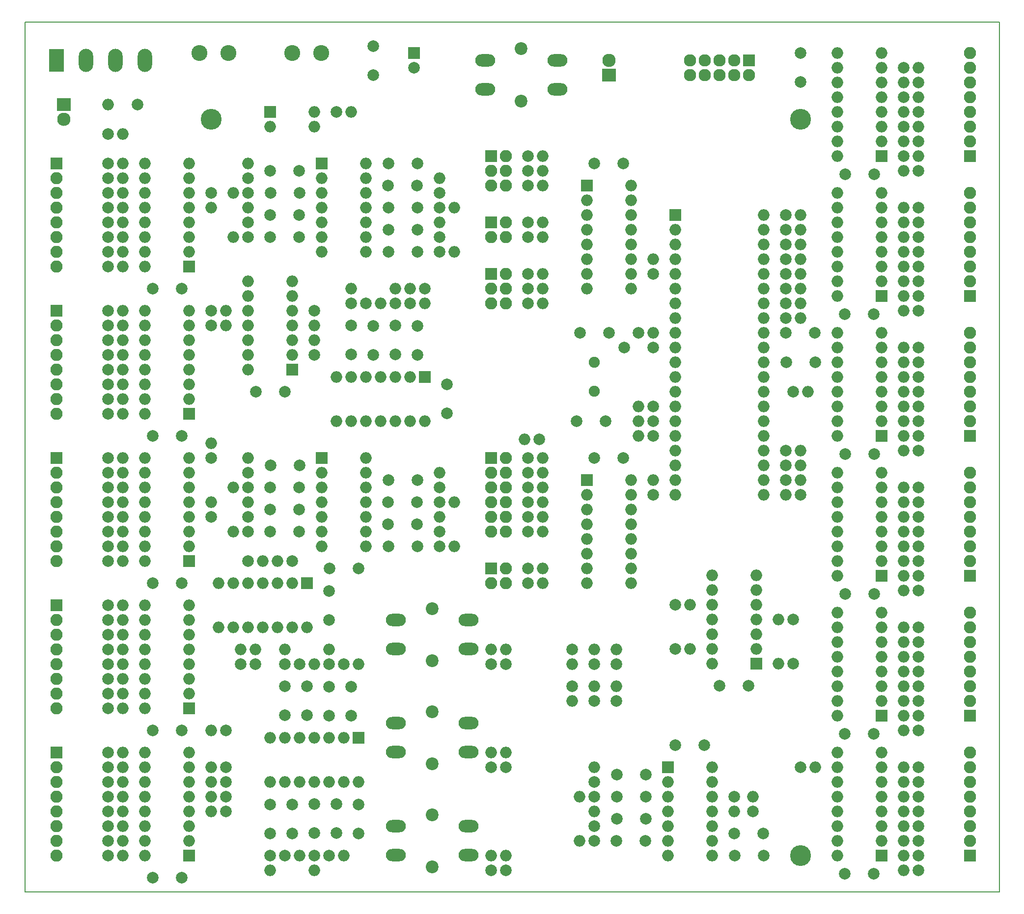
<source format=gbr>
%TF.GenerationSoftware,KiCad,Pcbnew,4.0.7*%
%TF.CreationDate,2018-03-06T18:34:13+01:00*%
%TF.ProjectId,AZTEC_motherboard,415A5445435F6D6F74686572626F6172,rev?*%
%TF.FileFunction,Soldermask,Bot*%
%FSLAX46Y46*%
G04 Gerber Fmt 4.6, Leading zero omitted, Abs format (unit mm)*
G04 Created by KiCad (PCBNEW 4.0.7) date 2018 March 06, Tuesday 18:34:13*
%MOMM*%
%LPD*%
G01*
G04 APERTURE LIST*
%ADD10C,0.150000*%
%ADD11C,2.750000*%
%ADD12C,2.000000*%
%ADD13O,2.000000X2.000000*%
%ADD14R,2.400000X2.300000*%
%ADD15C,2.300000*%
%ADD16R,2.100000X2.100000*%
%ADD17O,2.100000X2.100000*%
%ADD18R,2.000000X2.000000*%
%ADD19C,1.900000*%
%ADD20R,2.127200X2.127200*%
%ADD21O,2.127200X2.127200*%
%ADD22O,3.448000X2.127200*%
%ADD23C,2.200000*%
%ADD24C,3.600000*%
%ADD25R,2.500000X4.000000*%
%ADD26O,2.500000X4.000000*%
G04 APERTURE END LIST*
D10*
X186000000Y-165000000D02*
X18000000Y-165000000D01*
X186000000Y-15000000D02*
X186000000Y-165000000D01*
X18000000Y-15000000D02*
X186000000Y-15000000D01*
X18000000Y-165000000D02*
X18000000Y-15000000D01*
D11*
X53120000Y-20320000D03*
X48120000Y-20320000D03*
X64120000Y-20320000D03*
X69120000Y-20320000D03*
D12*
X85630000Y-43180000D03*
X80630000Y-43180000D03*
X60310000Y-40640000D03*
X65310000Y-40640000D03*
X56500000Y-41910000D03*
D13*
X56500000Y-39370000D03*
D12*
X56500000Y-49530000D03*
D13*
X56500000Y-46990000D03*
D12*
X60390000Y-44450000D03*
X65390000Y-44450000D03*
X32370000Y-39370000D03*
D13*
X34910000Y-39370000D03*
D12*
X32370000Y-44450000D03*
D13*
X34910000Y-44450000D03*
D12*
X32370000Y-41910000D03*
D13*
X34910000Y-41910000D03*
D12*
X32370000Y-46990000D03*
D13*
X34910000Y-46990000D03*
D12*
X32370000Y-49530000D03*
D13*
X34910000Y-49530000D03*
D12*
X32370000Y-54610000D03*
D13*
X34910000Y-54610000D03*
D12*
X32370000Y-52070000D03*
D13*
X34910000Y-52070000D03*
D12*
X32370000Y-57150000D03*
D13*
X34910000Y-57150000D03*
D12*
X151750000Y-20320000D03*
X151750000Y-25320000D03*
X120080000Y-144780000D03*
X125080000Y-144780000D03*
X120080000Y-148590000D03*
X125080000Y-148590000D03*
X120000000Y-156210000D03*
X125000000Y-156210000D03*
X145400000Y-158750000D03*
X140400000Y-158750000D03*
X118730000Y-68580000D03*
X113730000Y-68580000D03*
X118095000Y-83820000D03*
X113095000Y-83820000D03*
X135160000Y-139700000D03*
X130160000Y-139700000D03*
X121350000Y-71120000D03*
X126350000Y-71120000D03*
X149290000Y-73660000D03*
X154290000Y-73660000D03*
X137785152Y-129441182D03*
X142785152Y-129441182D03*
X45070000Y-60960000D03*
X40070000Y-60960000D03*
X45070000Y-86360000D03*
X40070000Y-86360000D03*
X45070000Y-111760000D03*
X40070000Y-111760000D03*
X45070000Y-137160000D03*
X40070000Y-137160000D03*
X62850000Y-78740000D03*
X57850000Y-78740000D03*
X70470000Y-113110000D03*
X70470000Y-118110000D03*
X80710000Y-39370000D03*
X85710000Y-39370000D03*
X60310000Y-48260000D03*
X65310000Y-48260000D03*
X85710000Y-50800000D03*
X80710000Y-50800000D03*
X60390000Y-91440000D03*
X65390000Y-91440000D03*
X60310000Y-99060000D03*
X65310000Y-99060000D03*
X85630000Y-101600000D03*
X80630000Y-101600000D03*
X60310000Y-52070000D03*
X65310000Y-52070000D03*
X85710000Y-54610000D03*
X80710000Y-54610000D03*
X85710000Y-46990000D03*
X80710000Y-46990000D03*
X60310000Y-95250000D03*
X65310000Y-95250000D03*
X60310000Y-102870000D03*
X65310000Y-102870000D03*
X85710000Y-105410000D03*
X80710000Y-105410000D03*
X85630000Y-97790000D03*
X80630000Y-97790000D03*
X75550000Y-149940000D03*
X75550000Y-154940000D03*
X90790000Y-82470000D03*
X90790000Y-77470000D03*
X74280000Y-129620000D03*
X74280000Y-134620000D03*
X66660000Y-129540000D03*
X66660000Y-134540000D03*
X64120000Y-154940000D03*
X64120000Y-149940000D03*
X71740000Y-154860000D03*
X71740000Y-149860000D03*
X85710000Y-67390000D03*
X85710000Y-72390000D03*
X70470000Y-129620000D03*
X70470000Y-134620000D03*
X62850000Y-129540000D03*
X62850000Y-134540000D03*
X60310000Y-154940000D03*
X60310000Y-149940000D03*
X67930000Y-154860000D03*
X67930000Y-149860000D03*
X81900000Y-67310000D03*
X81900000Y-72310000D03*
X74280000Y-67310000D03*
X74280000Y-72310000D03*
X116190000Y-39370000D03*
X121190000Y-39370000D03*
X116190000Y-90170000D03*
X121190000Y-90170000D03*
X159450000Y-41275000D03*
X164450000Y-41275000D03*
X159370000Y-65405000D03*
X164370000Y-65405000D03*
X164450000Y-89535000D03*
X159450000Y-89535000D03*
X159370000Y-137795000D03*
X164370000Y-137795000D03*
D14*
X24750000Y-29210000D03*
D15*
X24750000Y-31750000D03*
D14*
X118730000Y-24130000D03*
D15*
X118730000Y-21590000D03*
D16*
X23480000Y-39370000D03*
D17*
X23480000Y-41910000D03*
X23480000Y-44450000D03*
X23480000Y-46990000D03*
X23480000Y-49530000D03*
X23480000Y-52070000D03*
X23480000Y-54610000D03*
X23480000Y-57150000D03*
D16*
X23480000Y-64770000D03*
D17*
X23480000Y-67310000D03*
X23480000Y-69850000D03*
X23480000Y-72390000D03*
X23480000Y-74930000D03*
X23480000Y-77470000D03*
X23480000Y-80010000D03*
X23480000Y-82550000D03*
D16*
X23480000Y-90170000D03*
D17*
X23480000Y-92710000D03*
X23480000Y-95250000D03*
X23480000Y-97790000D03*
X23480000Y-100330000D03*
X23480000Y-102870000D03*
X23480000Y-105410000D03*
X23480000Y-107950000D03*
D16*
X23480000Y-115570000D03*
D17*
X23480000Y-118110000D03*
X23480000Y-120650000D03*
X23480000Y-123190000D03*
X23480000Y-125730000D03*
X23480000Y-128270000D03*
X23480000Y-130810000D03*
X23480000Y-133350000D03*
D16*
X23480000Y-140970000D03*
D17*
X23480000Y-143510000D03*
X23480000Y-146050000D03*
X23480000Y-148590000D03*
X23480000Y-151130000D03*
X23480000Y-153670000D03*
X23480000Y-156210000D03*
X23480000Y-158750000D03*
D16*
X98410000Y-38100000D03*
D17*
X100950000Y-38100000D03*
X98410000Y-40640000D03*
X100950000Y-40640000D03*
X98410000Y-43180000D03*
X100950000Y-43180000D03*
D16*
X98410000Y-49530000D03*
D17*
X100950000Y-49530000D03*
X98410000Y-52070000D03*
X100950000Y-52070000D03*
D16*
X98410000Y-58420000D03*
D17*
X100950000Y-58420000D03*
X98410000Y-60960000D03*
X100950000Y-60960000D03*
X98410000Y-63500000D03*
X100950000Y-63500000D03*
D16*
X98410000Y-90170000D03*
D17*
X100950000Y-90170000D03*
X98410000Y-92710000D03*
X100950000Y-92710000D03*
X98410000Y-95250000D03*
X100950000Y-95250000D03*
X98410000Y-97790000D03*
X100950000Y-97790000D03*
X98410000Y-100330000D03*
X100950000Y-100330000D03*
X98410000Y-102870000D03*
X100950000Y-102870000D03*
D16*
X98410000Y-109220000D03*
D17*
X100950000Y-109220000D03*
X98410000Y-111760000D03*
X100950000Y-111760000D03*
D16*
X180960000Y-38100000D03*
D17*
X180960000Y-35560000D03*
X180960000Y-33020000D03*
X180960000Y-30480000D03*
X180960000Y-27940000D03*
X180960000Y-25400000D03*
X180960000Y-22860000D03*
X180960000Y-20320000D03*
D16*
X180960000Y-62230000D03*
D17*
X180960000Y-59690000D03*
X180960000Y-57150000D03*
X180960000Y-54610000D03*
X180960000Y-52070000D03*
X180960000Y-49530000D03*
X180960000Y-46990000D03*
X180960000Y-44450000D03*
D16*
X180960000Y-86360000D03*
D17*
X180960000Y-83820000D03*
X180960000Y-81280000D03*
X180960000Y-78740000D03*
X180960000Y-76200000D03*
X180960000Y-73660000D03*
X180960000Y-71120000D03*
X180960000Y-68580000D03*
D16*
X180960000Y-110490000D03*
D17*
X180960000Y-107950000D03*
X180960000Y-105410000D03*
X180960000Y-102870000D03*
X180960000Y-100330000D03*
X180960000Y-97790000D03*
X180960000Y-95250000D03*
X180960000Y-92710000D03*
D16*
X180960000Y-134620000D03*
D17*
X180960000Y-132080000D03*
X180960000Y-129540000D03*
X180960000Y-127000000D03*
X180960000Y-124460000D03*
X180960000Y-121920000D03*
X180960000Y-119380000D03*
X180960000Y-116840000D03*
D16*
X180960000Y-158750000D03*
D17*
X180960000Y-156210000D03*
X180960000Y-153670000D03*
X180960000Y-151130000D03*
X180960000Y-148590000D03*
X180960000Y-146050000D03*
X180960000Y-143510000D03*
X180960000Y-140970000D03*
D12*
X98410000Y-125730000D03*
D13*
X98410000Y-123190000D03*
D12*
X98410000Y-143510000D03*
D13*
X98410000Y-140970000D03*
D12*
X98410000Y-161290000D03*
D13*
X98410000Y-158750000D03*
D12*
X37450000Y-29210000D03*
D13*
X32370000Y-29210000D03*
D12*
X100950000Y-125730000D03*
D13*
X100950000Y-123190000D03*
D12*
X100950000Y-143510000D03*
D13*
X100950000Y-140970000D03*
D12*
X100950000Y-161290000D03*
D13*
X100950000Y-158750000D03*
D12*
X32370000Y-34290000D03*
D13*
X34910000Y-34290000D03*
D12*
X116190000Y-146050000D03*
D13*
X116190000Y-143510000D03*
D12*
X116190000Y-153670000D03*
D13*
X116190000Y-151130000D03*
D12*
X140320000Y-148590000D03*
D13*
X140320000Y-151130000D03*
D12*
X71740000Y-30480000D03*
D13*
X74280000Y-30480000D03*
D12*
X116190000Y-148590000D03*
D13*
X113650000Y-148590000D03*
D12*
X116190000Y-156210000D03*
D13*
X113650000Y-156210000D03*
D12*
X143495000Y-151130000D03*
D13*
X143495000Y-148590000D03*
D12*
X123810000Y-68580000D03*
D13*
X126350000Y-68580000D03*
D12*
X151750000Y-96520000D03*
D13*
X149210000Y-96520000D03*
D12*
X150485152Y-125631182D03*
D13*
X147945152Y-125631182D03*
D12*
X150485152Y-118011182D03*
D13*
X147945152Y-118011182D03*
D12*
X130165152Y-115471182D03*
D13*
X132705152Y-115471182D03*
D12*
X130165152Y-123091182D03*
D13*
X132705152Y-123091182D03*
D12*
X32370000Y-64770000D03*
D13*
X34910000Y-64770000D03*
D12*
X32370000Y-69850000D03*
D13*
X34910000Y-69850000D03*
D12*
X32370000Y-74930000D03*
D13*
X34910000Y-74930000D03*
D12*
X32370000Y-80010000D03*
D13*
X34910000Y-80010000D03*
D12*
X32370000Y-90170000D03*
D13*
X34910000Y-90170000D03*
D12*
X32370000Y-95250000D03*
D13*
X34910000Y-95250000D03*
D12*
X32370000Y-100330000D03*
D13*
X34910000Y-100330000D03*
D12*
X32370000Y-105410000D03*
D13*
X34910000Y-105410000D03*
D12*
X32370000Y-115570000D03*
D13*
X34910000Y-115570000D03*
D12*
X32370000Y-120650000D03*
D13*
X34910000Y-120650000D03*
D12*
X32370000Y-125730000D03*
D13*
X34910000Y-125730000D03*
D12*
X32370000Y-130810000D03*
D13*
X34910000Y-130810000D03*
D12*
X32370000Y-67310000D03*
D13*
X34910000Y-67310000D03*
D12*
X32370000Y-72390000D03*
D13*
X34910000Y-72390000D03*
D12*
X32370000Y-77470000D03*
D13*
X34910000Y-77470000D03*
D12*
X32370000Y-82550000D03*
D13*
X34910000Y-82550000D03*
D12*
X32370000Y-92710000D03*
D13*
X34910000Y-92710000D03*
D12*
X32370000Y-97790000D03*
D13*
X34910000Y-97790000D03*
D12*
X32370000Y-102870000D03*
D13*
X34910000Y-102870000D03*
D12*
X32370000Y-107950000D03*
D13*
X34910000Y-107950000D03*
D12*
X32370000Y-118110000D03*
D13*
X34910000Y-118110000D03*
D12*
X32370000Y-123190000D03*
D13*
X34910000Y-123190000D03*
D12*
X32370000Y-128270000D03*
D13*
X34910000Y-128270000D03*
D12*
X32370000Y-133350000D03*
D13*
X34910000Y-133350000D03*
D12*
X50150000Y-44450000D03*
D13*
X50150000Y-46990000D03*
D12*
X50150000Y-100330000D03*
D13*
X50150000Y-97790000D03*
D12*
X67930000Y-72390000D03*
D13*
X67930000Y-69850000D03*
D12*
X67930000Y-64770000D03*
D13*
X67930000Y-67310000D03*
D12*
X50150000Y-64770000D03*
D13*
X52690000Y-64770000D03*
D12*
X50150000Y-67310000D03*
D13*
X52690000Y-67310000D03*
D12*
X64120000Y-107950000D03*
D13*
X61580000Y-107950000D03*
D12*
X56500000Y-107950000D03*
D13*
X59040000Y-107950000D03*
D12*
X55230000Y-125730000D03*
D13*
X55230000Y-123190000D03*
D12*
X57770000Y-125730000D03*
D13*
X57770000Y-123190000D03*
D12*
X56500000Y-44450000D03*
D13*
X53960000Y-44450000D03*
D12*
X56500000Y-52070000D03*
D13*
X53960000Y-52070000D03*
D12*
X89520000Y-54610000D03*
D13*
X92060000Y-54610000D03*
D12*
X89520000Y-46990000D03*
D13*
X92060000Y-46990000D03*
D12*
X56500000Y-95250000D03*
D13*
X53960000Y-95250000D03*
D12*
X56500000Y-102870000D03*
D13*
X53960000Y-102870000D03*
D12*
X89520000Y-105410000D03*
D13*
X92060000Y-105410000D03*
D12*
X89520000Y-97790000D03*
D13*
X92060000Y-97790000D03*
D12*
X89520000Y-52070000D03*
D13*
X89520000Y-49530000D03*
D12*
X89520000Y-44450000D03*
D13*
X89520000Y-41910000D03*
D12*
X56500000Y-92710000D03*
D13*
X56500000Y-90170000D03*
D12*
X56500000Y-100330000D03*
D13*
X56500000Y-97790000D03*
D12*
X89520000Y-102870000D03*
D13*
X89520000Y-100330000D03*
D12*
X89520000Y-95250000D03*
D13*
X89520000Y-92710000D03*
D12*
X126350000Y-81280000D03*
D13*
X123810000Y-81280000D03*
D12*
X149210000Y-53340000D03*
D13*
X151750000Y-53340000D03*
D12*
X149210000Y-50800000D03*
D13*
X151750000Y-50800000D03*
D12*
X149210000Y-48260000D03*
D13*
X151750000Y-48260000D03*
D12*
X126350000Y-83820000D03*
D13*
X123810000Y-83820000D03*
D12*
X149210000Y-63500000D03*
D13*
X151750000Y-63500000D03*
D12*
X149210000Y-60960000D03*
D13*
X151750000Y-60960000D03*
D12*
X149210000Y-58420000D03*
D13*
X151750000Y-58420000D03*
D12*
X32370000Y-140970000D03*
D13*
X34910000Y-140970000D03*
D12*
X32370000Y-146050000D03*
D13*
X34910000Y-146050000D03*
D12*
X32370000Y-151130000D03*
D13*
X34910000Y-151130000D03*
D12*
X32370000Y-156210000D03*
D13*
X34910000Y-156210000D03*
D12*
X32370000Y-143510000D03*
D13*
X34910000Y-143510000D03*
D12*
X32370000Y-148590000D03*
D13*
X34910000Y-148590000D03*
D12*
X32370000Y-153670000D03*
D13*
X34910000Y-153670000D03*
D12*
X32370000Y-158750000D03*
D13*
X34910000Y-158750000D03*
D12*
X52690000Y-148590000D03*
D13*
X50150000Y-148590000D03*
D12*
X52690000Y-151130000D03*
D13*
X50150000Y-151130000D03*
D12*
X52690000Y-146050000D03*
D13*
X50150000Y-146050000D03*
D12*
X52690000Y-143510000D03*
D13*
X50150000Y-143510000D03*
D12*
X52690000Y-137160000D03*
D13*
X50150000Y-137160000D03*
D12*
X86980000Y-60960000D03*
D13*
X84440000Y-60960000D03*
D12*
X50150000Y-90170000D03*
D13*
X50150000Y-87630000D03*
D12*
X70470000Y-125730000D03*
D13*
X70470000Y-123190000D03*
D12*
X62850000Y-125730000D03*
D13*
X62850000Y-123190000D03*
D12*
X60310000Y-158750000D03*
D13*
X60310000Y-161290000D03*
D12*
X67930000Y-158750000D03*
D13*
X67930000Y-161290000D03*
D12*
X81900000Y-63500000D03*
D13*
X81900000Y-60960000D03*
D12*
X74280000Y-63500000D03*
D13*
X74280000Y-60960000D03*
D12*
X73010000Y-125730000D03*
D13*
X75550000Y-125730000D03*
D12*
X65390000Y-125730000D03*
D13*
X67930000Y-125730000D03*
D12*
X62850000Y-158750000D03*
D13*
X65390000Y-158750000D03*
D12*
X70470000Y-158750000D03*
D13*
X73010000Y-158750000D03*
D12*
X84440000Y-63500000D03*
D13*
X86980000Y-63500000D03*
D12*
X76820000Y-63500000D03*
D13*
X79360000Y-63500000D03*
D12*
X126350000Y-86360000D03*
D13*
X123810000Y-86360000D03*
D12*
X149210000Y-88900000D03*
D13*
X151750000Y-88900000D03*
D12*
X149210000Y-91440000D03*
D13*
X151750000Y-91440000D03*
D12*
X149210000Y-93980000D03*
D13*
X151750000Y-93980000D03*
D12*
X149210000Y-55880000D03*
D13*
X151750000Y-55880000D03*
D12*
X149210000Y-66040000D03*
D13*
X151750000Y-66040000D03*
D12*
X104760000Y-111760000D03*
D13*
X107300000Y-111760000D03*
D12*
X104760000Y-109220000D03*
D13*
X107300000Y-109220000D03*
D12*
X104760000Y-102870000D03*
D13*
X107300000Y-102870000D03*
D12*
X104760000Y-100330000D03*
D13*
X107300000Y-100330000D03*
D12*
X104760000Y-97790000D03*
D13*
X107300000Y-97790000D03*
D12*
X104760000Y-95250000D03*
D13*
X107300000Y-95250000D03*
D12*
X104760000Y-92710000D03*
D13*
X107300000Y-92710000D03*
D12*
X104760000Y-90170000D03*
D13*
X107300000Y-90170000D03*
D12*
X104760000Y-63500000D03*
D13*
X107300000Y-63500000D03*
D12*
X104760000Y-60960000D03*
D13*
X107300000Y-60960000D03*
D12*
X104760000Y-58420000D03*
D13*
X107300000Y-58420000D03*
D12*
X104760000Y-52070000D03*
D13*
X107300000Y-52070000D03*
D12*
X104760000Y-49530000D03*
D13*
X107300000Y-49530000D03*
D12*
X104760000Y-43180000D03*
D13*
X107300000Y-43180000D03*
D12*
X104760000Y-40640000D03*
D13*
X107300000Y-40640000D03*
D12*
X104760000Y-38100000D03*
D13*
X107300000Y-38100000D03*
D12*
X126350000Y-58420000D03*
D13*
X126350000Y-55880000D03*
D12*
X106665000Y-86995000D03*
D13*
X104125000Y-86995000D03*
D12*
X126350000Y-96520000D03*
D13*
X126350000Y-93980000D03*
D12*
X112380000Y-123190000D03*
D13*
X112380000Y-125730000D03*
D12*
X112380000Y-129540000D03*
D13*
X112380000Y-132080000D03*
D12*
X172070000Y-40640000D03*
D13*
X169530000Y-40640000D03*
D12*
X172070000Y-35560000D03*
D13*
X169530000Y-35560000D03*
D12*
X172070000Y-30480000D03*
D13*
X169530000Y-30480000D03*
D12*
X172070000Y-25400000D03*
D13*
X169530000Y-25400000D03*
D12*
X172070000Y-64770000D03*
D13*
X169530000Y-64770000D03*
D12*
X172070000Y-59690000D03*
D13*
X169530000Y-59690000D03*
D12*
X172070000Y-54610000D03*
D13*
X169530000Y-54610000D03*
D12*
X172070000Y-49530000D03*
D13*
X169530000Y-49530000D03*
D12*
X172070000Y-88900000D03*
D13*
X169530000Y-88900000D03*
D12*
X172070000Y-83820000D03*
D13*
X169530000Y-83820000D03*
D12*
X172070000Y-78740000D03*
D13*
X169530000Y-78740000D03*
D12*
X172070000Y-73660000D03*
D13*
X169530000Y-73660000D03*
D12*
X172070000Y-113030000D03*
D13*
X169530000Y-113030000D03*
D12*
X172070000Y-107950000D03*
D13*
X169530000Y-107950000D03*
D12*
X172070000Y-102870000D03*
D13*
X169530000Y-102870000D03*
D12*
X172070000Y-97790000D03*
D13*
X169530000Y-97790000D03*
D12*
X169530000Y-38100000D03*
D13*
X172070000Y-38100000D03*
D12*
X169530000Y-33020000D03*
D13*
X172070000Y-33020000D03*
D12*
X169530000Y-27940000D03*
D13*
X172070000Y-27940000D03*
D12*
X169530000Y-22860000D03*
D13*
X172070000Y-22860000D03*
D12*
X172070000Y-62230000D03*
D13*
X169530000Y-62230000D03*
D12*
X172070000Y-57150000D03*
D13*
X169530000Y-57150000D03*
D12*
X172070000Y-52070000D03*
D13*
X169530000Y-52070000D03*
D12*
X172070000Y-46990000D03*
D13*
X169530000Y-46990000D03*
D12*
X172070000Y-86360000D03*
D13*
X169530000Y-86360000D03*
D12*
X172070000Y-81280000D03*
D13*
X169530000Y-81280000D03*
D12*
X172070000Y-76200000D03*
D13*
X169530000Y-76200000D03*
D12*
X172070000Y-71120000D03*
D13*
X169530000Y-71120000D03*
D12*
X172070000Y-110490000D03*
D13*
X169530000Y-110490000D03*
D12*
X172070000Y-105410000D03*
D13*
X169530000Y-105410000D03*
D12*
X172070000Y-100330000D03*
D13*
X169530000Y-100330000D03*
D12*
X172070000Y-95250000D03*
D13*
X169530000Y-95250000D03*
D12*
X116190000Y-125730000D03*
D13*
X116190000Y-123190000D03*
D12*
X116190000Y-132080000D03*
D13*
X116190000Y-129540000D03*
D12*
X120000000Y-125730000D03*
D13*
X120000000Y-123190000D03*
D12*
X120000000Y-132080000D03*
D13*
X120000000Y-129540000D03*
D12*
X151750000Y-143510000D03*
D13*
X154290000Y-143510000D03*
D12*
X150480000Y-78740000D03*
D13*
X153020000Y-78740000D03*
D12*
X172070000Y-137160000D03*
D13*
X169530000Y-137160000D03*
D12*
X172070000Y-132080000D03*
D13*
X169530000Y-132080000D03*
D12*
X172070000Y-127000000D03*
D13*
X169530000Y-127000000D03*
D12*
X172070000Y-121920000D03*
D13*
X169530000Y-121920000D03*
D12*
X172070000Y-161290000D03*
D13*
X169530000Y-161290000D03*
D12*
X172070000Y-156210000D03*
D13*
X169530000Y-156210000D03*
D12*
X172070000Y-151130000D03*
D13*
X169530000Y-151130000D03*
D12*
X172070000Y-146050000D03*
D13*
X169530000Y-146050000D03*
D12*
X172070000Y-134620000D03*
D13*
X169530000Y-134620000D03*
D12*
X172070000Y-129540000D03*
D13*
X169530000Y-129540000D03*
D12*
X172070000Y-124460000D03*
D13*
X169530000Y-124460000D03*
D12*
X172070000Y-119380000D03*
D13*
X169530000Y-119380000D03*
D12*
X172070000Y-158750000D03*
D13*
X169530000Y-158750000D03*
D12*
X172070000Y-153670000D03*
D13*
X169530000Y-153670000D03*
D12*
X172070000Y-148590000D03*
D13*
X169530000Y-148590000D03*
D12*
X172070000Y-143510000D03*
D13*
X169530000Y-143510000D03*
D18*
X60310000Y-30480000D03*
D13*
X67930000Y-33020000D03*
X60310000Y-33020000D03*
X67930000Y-30480000D03*
D18*
X128890000Y-143510000D03*
D13*
X136510000Y-158750000D03*
X128890000Y-146050000D03*
X136510000Y-156210000D03*
X128890000Y-148590000D03*
X136510000Y-153670000D03*
X128890000Y-151130000D03*
X136510000Y-151130000D03*
X128890000Y-153670000D03*
X136510000Y-148590000D03*
X128890000Y-156210000D03*
X136510000Y-146050000D03*
X128890000Y-158750000D03*
X136510000Y-143510000D03*
D18*
X130160000Y-48260000D03*
D13*
X145400000Y-96520000D03*
X130160000Y-50800000D03*
X145400000Y-93980000D03*
X130160000Y-53340000D03*
X145400000Y-91440000D03*
X130160000Y-55880000D03*
X145400000Y-88900000D03*
X130160000Y-58420000D03*
X145400000Y-86360000D03*
X130160000Y-60960000D03*
X145400000Y-83820000D03*
X130160000Y-63500000D03*
X145400000Y-81280000D03*
X130160000Y-66040000D03*
X145400000Y-78740000D03*
X130160000Y-68580000D03*
X145400000Y-76200000D03*
X130160000Y-71120000D03*
X145400000Y-73660000D03*
X130160000Y-73660000D03*
X145400000Y-71120000D03*
X130160000Y-76200000D03*
X145400000Y-68580000D03*
X130160000Y-78740000D03*
X145400000Y-66040000D03*
X130160000Y-81280000D03*
X145400000Y-63500000D03*
X130160000Y-83820000D03*
X145400000Y-60960000D03*
X130160000Y-86360000D03*
X145400000Y-58420000D03*
X130160000Y-88900000D03*
X145400000Y-55880000D03*
X130160000Y-91440000D03*
X145400000Y-53340000D03*
X130160000Y-93980000D03*
X145400000Y-50800000D03*
X130160000Y-96520000D03*
X145400000Y-48260000D03*
D18*
X144135152Y-125631182D03*
D13*
X136515152Y-110391182D03*
X144135152Y-123091182D03*
X136515152Y-112931182D03*
X144135152Y-120551182D03*
X136515152Y-115471182D03*
X144135152Y-118011182D03*
X136515152Y-118011182D03*
X144135152Y-115471182D03*
X136515152Y-120551182D03*
X144135152Y-112931182D03*
X136515152Y-123091182D03*
X144135152Y-110391182D03*
X136515152Y-125631182D03*
D18*
X46340000Y-57150000D03*
D13*
X38720000Y-39370000D03*
X46340000Y-54610000D03*
X38720000Y-41910000D03*
X46340000Y-52070000D03*
X38720000Y-44450000D03*
X46340000Y-49530000D03*
X38720000Y-46990000D03*
X46340000Y-46990000D03*
X38720000Y-49530000D03*
X46340000Y-44450000D03*
X38720000Y-52070000D03*
X46340000Y-41910000D03*
X38720000Y-54610000D03*
X46340000Y-39370000D03*
X38720000Y-57150000D03*
D18*
X46340000Y-82550000D03*
D13*
X38720000Y-64770000D03*
X46340000Y-80010000D03*
X38720000Y-67310000D03*
X46340000Y-77470000D03*
X38720000Y-69850000D03*
X46340000Y-74930000D03*
X38720000Y-72390000D03*
X46340000Y-72390000D03*
X38720000Y-74930000D03*
X46340000Y-69850000D03*
X38720000Y-77470000D03*
X46340000Y-67310000D03*
X38720000Y-80010000D03*
X46340000Y-64770000D03*
X38720000Y-82550000D03*
D18*
X46340000Y-107950000D03*
D13*
X38720000Y-90170000D03*
X46340000Y-105410000D03*
X38720000Y-92710000D03*
X46340000Y-102870000D03*
X38720000Y-95250000D03*
X46340000Y-100330000D03*
X38720000Y-97790000D03*
X46340000Y-97790000D03*
X38720000Y-100330000D03*
X46340000Y-95250000D03*
X38720000Y-102870000D03*
X46340000Y-92710000D03*
X38720000Y-105410000D03*
X46340000Y-90170000D03*
X38720000Y-107950000D03*
D18*
X46340000Y-133350000D03*
D13*
X38720000Y-115570000D03*
X46340000Y-130810000D03*
X38720000Y-118110000D03*
X46340000Y-128270000D03*
X38720000Y-120650000D03*
X46340000Y-125730000D03*
X38720000Y-123190000D03*
X46340000Y-123190000D03*
X38720000Y-125730000D03*
X46340000Y-120650000D03*
X38720000Y-128270000D03*
X46340000Y-118110000D03*
X38720000Y-130810000D03*
X46340000Y-115570000D03*
X38720000Y-133350000D03*
D18*
X64120000Y-74930000D03*
D13*
X56500000Y-59690000D03*
X64120000Y-72390000D03*
X56500000Y-62230000D03*
X64120000Y-69850000D03*
X56500000Y-64770000D03*
X64120000Y-67310000D03*
X56500000Y-67310000D03*
X64120000Y-64770000D03*
X56500000Y-69850000D03*
X64120000Y-62230000D03*
X56500000Y-72390000D03*
X64120000Y-59690000D03*
X56500000Y-74930000D03*
D18*
X66660000Y-111760000D03*
D13*
X51420000Y-119380000D03*
X64120000Y-111760000D03*
X53960000Y-119380000D03*
X61580000Y-111760000D03*
X56500000Y-119380000D03*
X59040000Y-111760000D03*
X59040000Y-119380000D03*
X56500000Y-111760000D03*
X61580000Y-119380000D03*
X53960000Y-111760000D03*
X64120000Y-119380000D03*
X51420000Y-111760000D03*
X66660000Y-119380000D03*
D18*
X69200000Y-39370000D03*
D13*
X76820000Y-54610000D03*
X69200000Y-41910000D03*
X76820000Y-52070000D03*
X69200000Y-44450000D03*
X76820000Y-49530000D03*
X69200000Y-46990000D03*
X76820000Y-46990000D03*
X69200000Y-49530000D03*
X76820000Y-44450000D03*
X69200000Y-52070000D03*
X76820000Y-41910000D03*
X69200000Y-54610000D03*
X76820000Y-39370000D03*
D18*
X69200000Y-90170000D03*
D13*
X76820000Y-105410000D03*
X69200000Y-92710000D03*
X76820000Y-102870000D03*
X69200000Y-95250000D03*
X76820000Y-100330000D03*
X69200000Y-97790000D03*
X76820000Y-97790000D03*
X69200000Y-100330000D03*
X76820000Y-95250000D03*
X69200000Y-102870000D03*
X76820000Y-92710000D03*
X69200000Y-105410000D03*
X76820000Y-90170000D03*
D18*
X46340000Y-158750000D03*
D13*
X38720000Y-140970000D03*
X46340000Y-156210000D03*
X38720000Y-143510000D03*
X46340000Y-153670000D03*
X38720000Y-146050000D03*
X46340000Y-151130000D03*
X38720000Y-148590000D03*
X46340000Y-148590000D03*
X38720000Y-151130000D03*
X46340000Y-146050000D03*
X38720000Y-153670000D03*
X46340000Y-143510000D03*
X38720000Y-156210000D03*
X46340000Y-140970000D03*
X38720000Y-158750000D03*
D18*
X75550000Y-138430000D03*
D13*
X60310000Y-146050000D03*
X73010000Y-138430000D03*
X62850000Y-146050000D03*
X70470000Y-138430000D03*
X65390000Y-146050000D03*
X67930000Y-138430000D03*
X67930000Y-146050000D03*
X65390000Y-138430000D03*
X70470000Y-146050000D03*
X62850000Y-138430000D03*
X73010000Y-146050000D03*
X60310000Y-138430000D03*
X75550000Y-146050000D03*
D18*
X86980000Y-76200000D03*
D13*
X71740000Y-83820000D03*
X84440000Y-76200000D03*
X74280000Y-83820000D03*
X81900000Y-76200000D03*
X76820000Y-83820000D03*
X79360000Y-76200000D03*
X79360000Y-83820000D03*
X76820000Y-76200000D03*
X81900000Y-83820000D03*
X74280000Y-76200000D03*
X84440000Y-83820000D03*
X71740000Y-76200000D03*
X86980000Y-83820000D03*
D18*
X114920000Y-43180000D03*
D13*
X122540000Y-60960000D03*
X114920000Y-45720000D03*
X122540000Y-58420000D03*
X114920000Y-48260000D03*
X122540000Y-55880000D03*
X114920000Y-50800000D03*
X122540000Y-53340000D03*
X114920000Y-53340000D03*
X122540000Y-50800000D03*
X114920000Y-55880000D03*
X122540000Y-48260000D03*
X114920000Y-58420000D03*
X122540000Y-45720000D03*
X114920000Y-60960000D03*
X122540000Y-43180000D03*
D18*
X114920000Y-93980000D03*
D13*
X122540000Y-111760000D03*
X114920000Y-96520000D03*
X122540000Y-109220000D03*
X114920000Y-99060000D03*
X122540000Y-106680000D03*
X114920000Y-101600000D03*
X122540000Y-104140000D03*
X114920000Y-104140000D03*
X122540000Y-101600000D03*
X114920000Y-106680000D03*
X122540000Y-99060000D03*
X114920000Y-109220000D03*
X122540000Y-96520000D03*
X114920000Y-111760000D03*
X122540000Y-93980000D03*
D18*
X165720000Y-38100000D03*
D13*
X158100000Y-20320000D03*
X165720000Y-35560000D03*
X158100000Y-22860000D03*
X165720000Y-33020000D03*
X158100000Y-25400000D03*
X165720000Y-30480000D03*
X158100000Y-27940000D03*
X165720000Y-27940000D03*
X158100000Y-30480000D03*
X165720000Y-25400000D03*
X158100000Y-33020000D03*
X165720000Y-22860000D03*
X158100000Y-35560000D03*
X165720000Y-20320000D03*
X158100000Y-38100000D03*
D18*
X165720000Y-62230000D03*
D13*
X158100000Y-44450000D03*
X165720000Y-59690000D03*
X158100000Y-46990000D03*
X165720000Y-57150000D03*
X158100000Y-49530000D03*
X165720000Y-54610000D03*
X158100000Y-52070000D03*
X165720000Y-52070000D03*
X158100000Y-54610000D03*
X165720000Y-49530000D03*
X158100000Y-57150000D03*
X165720000Y-46990000D03*
X158100000Y-59690000D03*
X165720000Y-44450000D03*
X158100000Y-62230000D03*
D18*
X165720000Y-86360000D03*
D13*
X158100000Y-68580000D03*
X165720000Y-83820000D03*
X158100000Y-71120000D03*
X165720000Y-81280000D03*
X158100000Y-73660000D03*
X165720000Y-78740000D03*
X158100000Y-76200000D03*
X165720000Y-76200000D03*
X158100000Y-78740000D03*
X165720000Y-73660000D03*
X158100000Y-81280000D03*
X165720000Y-71120000D03*
X158100000Y-83820000D03*
X165720000Y-68580000D03*
X158100000Y-86360000D03*
D18*
X165720000Y-110490000D03*
D13*
X158100000Y-92710000D03*
X165720000Y-107950000D03*
X158100000Y-95250000D03*
X165720000Y-105410000D03*
X158100000Y-97790000D03*
X165720000Y-102870000D03*
X158100000Y-100330000D03*
X165720000Y-100330000D03*
X158100000Y-102870000D03*
X165720000Y-97790000D03*
X158100000Y-105410000D03*
X165720000Y-95250000D03*
X158100000Y-107950000D03*
X165720000Y-92710000D03*
X158100000Y-110490000D03*
D18*
X165720000Y-134620000D03*
D13*
X158100000Y-116840000D03*
X165720000Y-132080000D03*
X158100000Y-119380000D03*
X165720000Y-129540000D03*
X158100000Y-121920000D03*
X165720000Y-127000000D03*
X158100000Y-124460000D03*
X165720000Y-124460000D03*
X158100000Y-127000000D03*
X165720000Y-121920000D03*
X158100000Y-129540000D03*
X165720000Y-119380000D03*
X158100000Y-132080000D03*
X165720000Y-116840000D03*
X158100000Y-134620000D03*
D18*
X165720000Y-158750000D03*
D13*
X158100000Y-140970000D03*
X165720000Y-156210000D03*
X158100000Y-143510000D03*
X165720000Y-153670000D03*
X158100000Y-146050000D03*
X165720000Y-151130000D03*
X158100000Y-148590000D03*
X165720000Y-148590000D03*
X158100000Y-151130000D03*
X165720000Y-146050000D03*
X158100000Y-153670000D03*
X165720000Y-143510000D03*
X158100000Y-156210000D03*
X165720000Y-140970000D03*
X158100000Y-158750000D03*
D19*
X116190000Y-73660000D03*
X116190000Y-78660000D03*
D20*
X142860000Y-21590000D03*
D21*
X142860000Y-24130000D03*
X140320000Y-21590000D03*
X140320000Y-24130000D03*
X137780000Y-21590000D03*
X137780000Y-24130000D03*
X135240000Y-21590000D03*
X135240000Y-24130000D03*
X132700000Y-21590000D03*
X132700000Y-24130000D03*
D12*
X154210000Y-68580000D03*
X149210000Y-68580000D03*
X159370000Y-161925000D03*
X164370000Y-161925000D03*
X75550000Y-109220000D03*
X70550000Y-109220000D03*
X85710000Y-93980000D03*
X80710000Y-93980000D03*
D18*
X85075000Y-20360000D03*
D12*
X85075000Y-22860000D03*
X159450000Y-113665000D03*
X164450000Y-113665000D03*
X45070000Y-162560000D03*
X40070000Y-162560000D03*
X78090000Y-24130000D03*
X78090000Y-19130000D03*
X78090000Y-67390000D03*
X78090000Y-72390000D03*
X145320000Y-154940000D03*
X140320000Y-154940000D03*
X120080000Y-152400000D03*
X125080000Y-152400000D03*
D22*
X109840000Y-21590000D03*
X109840000Y-26590000D03*
X97340000Y-21590000D03*
X97340000Y-26590000D03*
D23*
X103590000Y-19590000D03*
X103590000Y-28590000D03*
D22*
X94500000Y-135930000D03*
X94500000Y-140930000D03*
X82000000Y-135930000D03*
X82000000Y-140930000D03*
D23*
X88250000Y-133930000D03*
X88250000Y-142930000D03*
D22*
X94500000Y-153710000D03*
X94500000Y-158710000D03*
X82000000Y-153710000D03*
X82000000Y-158710000D03*
D23*
X88250000Y-151710000D03*
X88250000Y-160710000D03*
D22*
X94500000Y-118150000D03*
X94500000Y-123150000D03*
X82000000Y-118150000D03*
X82000000Y-123150000D03*
D23*
X88250000Y-116150000D03*
X88250000Y-125150000D03*
D24*
X151750000Y-158750000D03*
X151750000Y-31750000D03*
X50150000Y-31750000D03*
D25*
X23480000Y-21590000D03*
D26*
X28560000Y-21590000D03*
X33640000Y-21590000D03*
X38720000Y-21590000D03*
M02*

</source>
